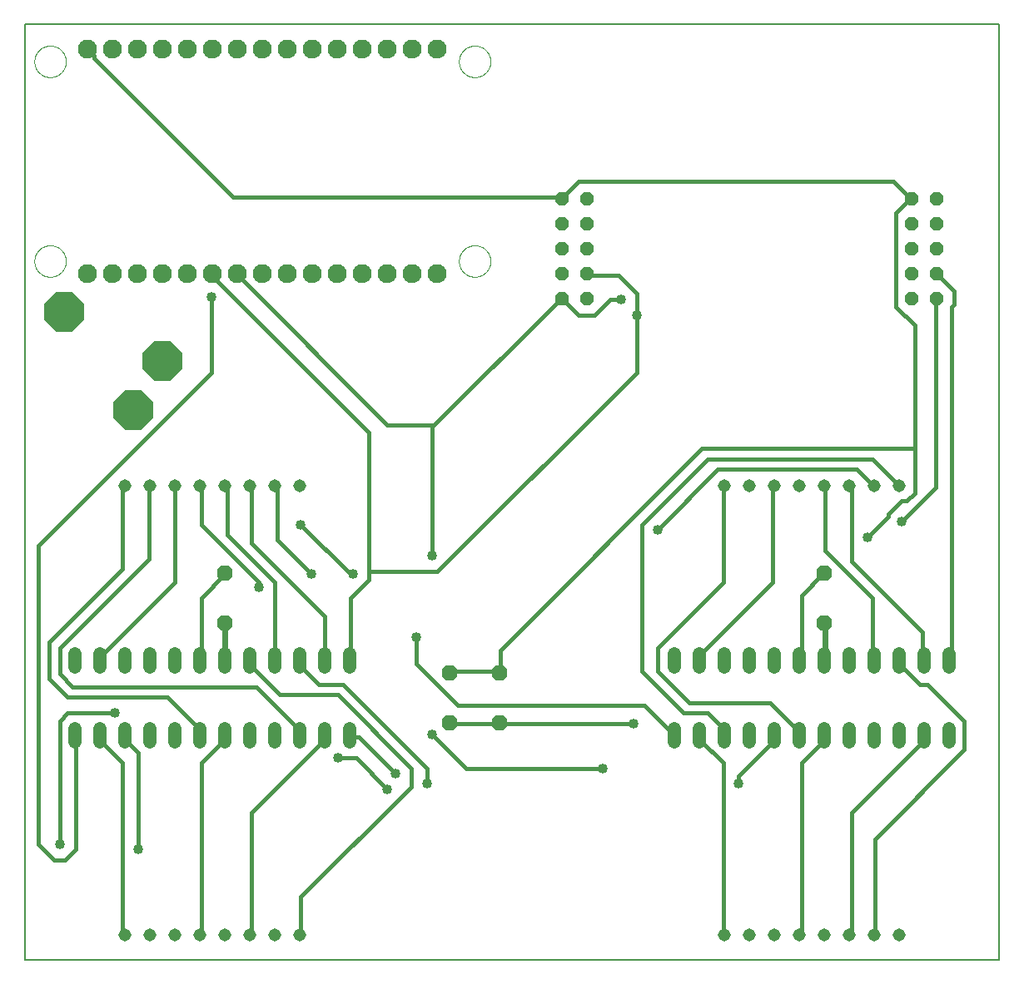
<source format=gtl>
G75*
%MOIN*%
%OFA0B0*%
%FSLAX25Y25*%
%IPPOS*%
%LPD*%
%AMOC8*
5,1,8,0,0,1.08239X$1,22.5*
%
%ADD10C,0.00600*%
%ADD11C,0.05200*%
%ADD12C,0.05150*%
%ADD13OC8,0.06300*%
%ADD14OC8,0.05600*%
%ADD15OC8,0.15811*%
%ADD16C,0.07600*%
%ADD17C,0.00000*%
%ADD18C,0.01600*%
%ADD19C,0.04000*%
%ADD20C,0.02400*%
D10*
X0047250Y0025000D02*
X0047250Y0400000D01*
X0437250Y0400000D01*
X0437250Y0025000D01*
X0047250Y0025000D01*
D11*
X0067250Y0112400D02*
X0067250Y0117600D01*
X0077250Y0117600D02*
X0077250Y0112400D01*
X0087250Y0112400D02*
X0087250Y0117600D01*
X0097250Y0117600D02*
X0097250Y0112400D01*
X0107250Y0112400D02*
X0107250Y0117600D01*
X0117250Y0117600D02*
X0117250Y0112400D01*
X0127250Y0112400D02*
X0127250Y0117600D01*
X0137250Y0117600D02*
X0137250Y0112400D01*
X0147250Y0112400D02*
X0147250Y0117600D01*
X0157250Y0117600D02*
X0157250Y0112400D01*
X0167250Y0112400D02*
X0167250Y0117600D01*
X0177250Y0117600D02*
X0177250Y0112400D01*
X0177250Y0142400D02*
X0177250Y0147600D01*
X0167250Y0147600D02*
X0167250Y0142400D01*
X0157250Y0142400D02*
X0157250Y0147600D01*
X0147250Y0147600D02*
X0147250Y0142400D01*
X0137250Y0142400D02*
X0137250Y0147600D01*
X0127250Y0147600D02*
X0127250Y0142400D01*
X0117250Y0142400D02*
X0117250Y0147600D01*
X0107250Y0147600D02*
X0107250Y0142400D01*
X0097250Y0142400D02*
X0097250Y0147600D01*
X0087250Y0147600D02*
X0087250Y0142400D01*
X0077250Y0142400D02*
X0077250Y0147600D01*
X0067250Y0147600D02*
X0067250Y0142400D01*
X0307250Y0142400D02*
X0307250Y0147600D01*
X0317250Y0147600D02*
X0317250Y0142400D01*
X0327250Y0142400D02*
X0327250Y0147600D01*
X0337250Y0147600D02*
X0337250Y0142400D01*
X0347250Y0142400D02*
X0347250Y0147600D01*
X0357250Y0147600D02*
X0357250Y0142400D01*
X0367250Y0142400D02*
X0367250Y0147600D01*
X0377250Y0147600D02*
X0377250Y0142400D01*
X0387250Y0142400D02*
X0387250Y0147600D01*
X0397250Y0147600D02*
X0397250Y0142400D01*
X0407250Y0142400D02*
X0407250Y0147600D01*
X0417250Y0147600D02*
X0417250Y0142400D01*
X0417250Y0117600D02*
X0417250Y0112400D01*
X0407250Y0112400D02*
X0407250Y0117600D01*
X0397250Y0117600D02*
X0397250Y0112400D01*
X0387250Y0112400D02*
X0387250Y0117600D01*
X0377250Y0117600D02*
X0377250Y0112400D01*
X0367250Y0112400D02*
X0367250Y0117600D01*
X0357250Y0117600D02*
X0357250Y0112400D01*
X0347250Y0112400D02*
X0347250Y0117600D01*
X0337250Y0117600D02*
X0337250Y0112400D01*
X0327250Y0112400D02*
X0327250Y0117600D01*
X0317250Y0117600D02*
X0317250Y0112400D01*
X0307250Y0112400D02*
X0307250Y0117600D01*
D12*
X0327250Y0035000D03*
X0337250Y0035000D03*
X0347250Y0035000D03*
X0357250Y0035000D03*
X0367250Y0035000D03*
X0377250Y0035000D03*
X0387250Y0035000D03*
X0397250Y0035000D03*
X0397250Y0215000D03*
X0387250Y0215000D03*
X0377250Y0215000D03*
X0367250Y0215000D03*
X0357250Y0215000D03*
X0347250Y0215000D03*
X0337250Y0215000D03*
X0327250Y0215000D03*
X0157250Y0215000D03*
X0147250Y0215000D03*
X0137250Y0215000D03*
X0127250Y0215000D03*
X0117250Y0215000D03*
X0107250Y0215000D03*
X0097250Y0215000D03*
X0087250Y0215000D03*
X0087250Y0035000D03*
X0097250Y0035000D03*
X0107250Y0035000D03*
X0117250Y0035000D03*
X0127250Y0035000D03*
X0137250Y0035000D03*
X0147250Y0035000D03*
X0157250Y0035000D03*
D13*
X0217250Y0120000D03*
X0237250Y0120000D03*
X0237250Y0140000D03*
X0217250Y0140000D03*
X0127250Y0160000D03*
X0127250Y0180000D03*
X0367250Y0180000D03*
X0367250Y0160000D03*
D14*
X0402250Y0290000D03*
X0402250Y0300000D03*
X0412250Y0300000D03*
X0412250Y0290000D03*
X0412250Y0310000D03*
X0412250Y0320000D03*
X0402250Y0320000D03*
X0402250Y0310000D03*
X0402250Y0330000D03*
X0412250Y0330000D03*
X0272250Y0330000D03*
X0262250Y0330000D03*
X0262250Y0320000D03*
X0262250Y0310000D03*
X0272250Y0310000D03*
X0272250Y0320000D03*
X0272250Y0300000D03*
X0272250Y0290000D03*
X0262250Y0290000D03*
X0262250Y0300000D03*
D15*
X0102250Y0265000D03*
X0090439Y0245315D03*
X0062880Y0284685D03*
D16*
X0072250Y0300000D03*
X0082250Y0300000D03*
X0092250Y0300000D03*
X0102250Y0300000D03*
X0112250Y0300000D03*
X0122250Y0300000D03*
X0132250Y0300000D03*
X0142250Y0300000D03*
X0152250Y0300000D03*
X0162250Y0300000D03*
X0172250Y0300000D03*
X0182250Y0300000D03*
X0192250Y0300000D03*
X0202250Y0300000D03*
X0212250Y0300000D03*
X0212250Y0390000D03*
X0202250Y0390000D03*
X0192250Y0390000D03*
X0182250Y0390000D03*
X0172250Y0390000D03*
X0162250Y0390000D03*
X0152250Y0390000D03*
X0142250Y0390000D03*
X0132250Y0390000D03*
X0122250Y0390000D03*
X0112250Y0390000D03*
X0102250Y0390000D03*
X0092250Y0390000D03*
X0082250Y0390000D03*
X0072250Y0390000D03*
D17*
X0050951Y0385000D02*
X0050953Y0385158D01*
X0050959Y0385316D01*
X0050969Y0385474D01*
X0050983Y0385632D01*
X0051001Y0385789D01*
X0051022Y0385946D01*
X0051048Y0386102D01*
X0051078Y0386258D01*
X0051111Y0386413D01*
X0051149Y0386566D01*
X0051190Y0386719D01*
X0051235Y0386871D01*
X0051284Y0387022D01*
X0051337Y0387171D01*
X0051393Y0387319D01*
X0051453Y0387465D01*
X0051517Y0387610D01*
X0051585Y0387753D01*
X0051656Y0387895D01*
X0051730Y0388035D01*
X0051808Y0388172D01*
X0051890Y0388308D01*
X0051974Y0388442D01*
X0052063Y0388573D01*
X0052154Y0388702D01*
X0052249Y0388829D01*
X0052346Y0388954D01*
X0052447Y0389076D01*
X0052551Y0389195D01*
X0052658Y0389312D01*
X0052768Y0389426D01*
X0052881Y0389537D01*
X0052996Y0389646D01*
X0053114Y0389751D01*
X0053235Y0389853D01*
X0053358Y0389953D01*
X0053484Y0390049D01*
X0053612Y0390142D01*
X0053742Y0390232D01*
X0053875Y0390318D01*
X0054010Y0390402D01*
X0054146Y0390481D01*
X0054285Y0390558D01*
X0054426Y0390630D01*
X0054568Y0390700D01*
X0054712Y0390765D01*
X0054858Y0390827D01*
X0055005Y0390885D01*
X0055154Y0390940D01*
X0055304Y0390991D01*
X0055455Y0391038D01*
X0055607Y0391081D01*
X0055760Y0391120D01*
X0055915Y0391156D01*
X0056070Y0391187D01*
X0056226Y0391215D01*
X0056382Y0391239D01*
X0056539Y0391259D01*
X0056697Y0391275D01*
X0056854Y0391287D01*
X0057013Y0391295D01*
X0057171Y0391299D01*
X0057329Y0391299D01*
X0057487Y0391295D01*
X0057646Y0391287D01*
X0057803Y0391275D01*
X0057961Y0391259D01*
X0058118Y0391239D01*
X0058274Y0391215D01*
X0058430Y0391187D01*
X0058585Y0391156D01*
X0058740Y0391120D01*
X0058893Y0391081D01*
X0059045Y0391038D01*
X0059196Y0390991D01*
X0059346Y0390940D01*
X0059495Y0390885D01*
X0059642Y0390827D01*
X0059788Y0390765D01*
X0059932Y0390700D01*
X0060074Y0390630D01*
X0060215Y0390558D01*
X0060354Y0390481D01*
X0060490Y0390402D01*
X0060625Y0390318D01*
X0060758Y0390232D01*
X0060888Y0390142D01*
X0061016Y0390049D01*
X0061142Y0389953D01*
X0061265Y0389853D01*
X0061386Y0389751D01*
X0061504Y0389646D01*
X0061619Y0389537D01*
X0061732Y0389426D01*
X0061842Y0389312D01*
X0061949Y0389195D01*
X0062053Y0389076D01*
X0062154Y0388954D01*
X0062251Y0388829D01*
X0062346Y0388702D01*
X0062437Y0388573D01*
X0062526Y0388442D01*
X0062610Y0388308D01*
X0062692Y0388172D01*
X0062770Y0388035D01*
X0062844Y0387895D01*
X0062915Y0387753D01*
X0062983Y0387610D01*
X0063047Y0387465D01*
X0063107Y0387319D01*
X0063163Y0387171D01*
X0063216Y0387022D01*
X0063265Y0386871D01*
X0063310Y0386719D01*
X0063351Y0386566D01*
X0063389Y0386413D01*
X0063422Y0386258D01*
X0063452Y0386102D01*
X0063478Y0385946D01*
X0063499Y0385789D01*
X0063517Y0385632D01*
X0063531Y0385474D01*
X0063541Y0385316D01*
X0063547Y0385158D01*
X0063549Y0385000D01*
X0063547Y0384842D01*
X0063541Y0384684D01*
X0063531Y0384526D01*
X0063517Y0384368D01*
X0063499Y0384211D01*
X0063478Y0384054D01*
X0063452Y0383898D01*
X0063422Y0383742D01*
X0063389Y0383587D01*
X0063351Y0383434D01*
X0063310Y0383281D01*
X0063265Y0383129D01*
X0063216Y0382978D01*
X0063163Y0382829D01*
X0063107Y0382681D01*
X0063047Y0382535D01*
X0062983Y0382390D01*
X0062915Y0382247D01*
X0062844Y0382105D01*
X0062770Y0381965D01*
X0062692Y0381828D01*
X0062610Y0381692D01*
X0062526Y0381558D01*
X0062437Y0381427D01*
X0062346Y0381298D01*
X0062251Y0381171D01*
X0062154Y0381046D01*
X0062053Y0380924D01*
X0061949Y0380805D01*
X0061842Y0380688D01*
X0061732Y0380574D01*
X0061619Y0380463D01*
X0061504Y0380354D01*
X0061386Y0380249D01*
X0061265Y0380147D01*
X0061142Y0380047D01*
X0061016Y0379951D01*
X0060888Y0379858D01*
X0060758Y0379768D01*
X0060625Y0379682D01*
X0060490Y0379598D01*
X0060354Y0379519D01*
X0060215Y0379442D01*
X0060074Y0379370D01*
X0059932Y0379300D01*
X0059788Y0379235D01*
X0059642Y0379173D01*
X0059495Y0379115D01*
X0059346Y0379060D01*
X0059196Y0379009D01*
X0059045Y0378962D01*
X0058893Y0378919D01*
X0058740Y0378880D01*
X0058585Y0378844D01*
X0058430Y0378813D01*
X0058274Y0378785D01*
X0058118Y0378761D01*
X0057961Y0378741D01*
X0057803Y0378725D01*
X0057646Y0378713D01*
X0057487Y0378705D01*
X0057329Y0378701D01*
X0057171Y0378701D01*
X0057013Y0378705D01*
X0056854Y0378713D01*
X0056697Y0378725D01*
X0056539Y0378741D01*
X0056382Y0378761D01*
X0056226Y0378785D01*
X0056070Y0378813D01*
X0055915Y0378844D01*
X0055760Y0378880D01*
X0055607Y0378919D01*
X0055455Y0378962D01*
X0055304Y0379009D01*
X0055154Y0379060D01*
X0055005Y0379115D01*
X0054858Y0379173D01*
X0054712Y0379235D01*
X0054568Y0379300D01*
X0054426Y0379370D01*
X0054285Y0379442D01*
X0054146Y0379519D01*
X0054010Y0379598D01*
X0053875Y0379682D01*
X0053742Y0379768D01*
X0053612Y0379858D01*
X0053484Y0379951D01*
X0053358Y0380047D01*
X0053235Y0380147D01*
X0053114Y0380249D01*
X0052996Y0380354D01*
X0052881Y0380463D01*
X0052768Y0380574D01*
X0052658Y0380688D01*
X0052551Y0380805D01*
X0052447Y0380924D01*
X0052346Y0381046D01*
X0052249Y0381171D01*
X0052154Y0381298D01*
X0052063Y0381427D01*
X0051974Y0381558D01*
X0051890Y0381692D01*
X0051808Y0381828D01*
X0051730Y0381965D01*
X0051656Y0382105D01*
X0051585Y0382247D01*
X0051517Y0382390D01*
X0051453Y0382535D01*
X0051393Y0382681D01*
X0051337Y0382829D01*
X0051284Y0382978D01*
X0051235Y0383129D01*
X0051190Y0383281D01*
X0051149Y0383434D01*
X0051111Y0383587D01*
X0051078Y0383742D01*
X0051048Y0383898D01*
X0051022Y0384054D01*
X0051001Y0384211D01*
X0050983Y0384368D01*
X0050969Y0384526D01*
X0050959Y0384684D01*
X0050953Y0384842D01*
X0050951Y0385000D01*
X0050951Y0305000D02*
X0050953Y0305158D01*
X0050959Y0305316D01*
X0050969Y0305474D01*
X0050983Y0305632D01*
X0051001Y0305789D01*
X0051022Y0305946D01*
X0051048Y0306102D01*
X0051078Y0306258D01*
X0051111Y0306413D01*
X0051149Y0306566D01*
X0051190Y0306719D01*
X0051235Y0306871D01*
X0051284Y0307022D01*
X0051337Y0307171D01*
X0051393Y0307319D01*
X0051453Y0307465D01*
X0051517Y0307610D01*
X0051585Y0307753D01*
X0051656Y0307895D01*
X0051730Y0308035D01*
X0051808Y0308172D01*
X0051890Y0308308D01*
X0051974Y0308442D01*
X0052063Y0308573D01*
X0052154Y0308702D01*
X0052249Y0308829D01*
X0052346Y0308954D01*
X0052447Y0309076D01*
X0052551Y0309195D01*
X0052658Y0309312D01*
X0052768Y0309426D01*
X0052881Y0309537D01*
X0052996Y0309646D01*
X0053114Y0309751D01*
X0053235Y0309853D01*
X0053358Y0309953D01*
X0053484Y0310049D01*
X0053612Y0310142D01*
X0053742Y0310232D01*
X0053875Y0310318D01*
X0054010Y0310402D01*
X0054146Y0310481D01*
X0054285Y0310558D01*
X0054426Y0310630D01*
X0054568Y0310700D01*
X0054712Y0310765D01*
X0054858Y0310827D01*
X0055005Y0310885D01*
X0055154Y0310940D01*
X0055304Y0310991D01*
X0055455Y0311038D01*
X0055607Y0311081D01*
X0055760Y0311120D01*
X0055915Y0311156D01*
X0056070Y0311187D01*
X0056226Y0311215D01*
X0056382Y0311239D01*
X0056539Y0311259D01*
X0056697Y0311275D01*
X0056854Y0311287D01*
X0057013Y0311295D01*
X0057171Y0311299D01*
X0057329Y0311299D01*
X0057487Y0311295D01*
X0057646Y0311287D01*
X0057803Y0311275D01*
X0057961Y0311259D01*
X0058118Y0311239D01*
X0058274Y0311215D01*
X0058430Y0311187D01*
X0058585Y0311156D01*
X0058740Y0311120D01*
X0058893Y0311081D01*
X0059045Y0311038D01*
X0059196Y0310991D01*
X0059346Y0310940D01*
X0059495Y0310885D01*
X0059642Y0310827D01*
X0059788Y0310765D01*
X0059932Y0310700D01*
X0060074Y0310630D01*
X0060215Y0310558D01*
X0060354Y0310481D01*
X0060490Y0310402D01*
X0060625Y0310318D01*
X0060758Y0310232D01*
X0060888Y0310142D01*
X0061016Y0310049D01*
X0061142Y0309953D01*
X0061265Y0309853D01*
X0061386Y0309751D01*
X0061504Y0309646D01*
X0061619Y0309537D01*
X0061732Y0309426D01*
X0061842Y0309312D01*
X0061949Y0309195D01*
X0062053Y0309076D01*
X0062154Y0308954D01*
X0062251Y0308829D01*
X0062346Y0308702D01*
X0062437Y0308573D01*
X0062526Y0308442D01*
X0062610Y0308308D01*
X0062692Y0308172D01*
X0062770Y0308035D01*
X0062844Y0307895D01*
X0062915Y0307753D01*
X0062983Y0307610D01*
X0063047Y0307465D01*
X0063107Y0307319D01*
X0063163Y0307171D01*
X0063216Y0307022D01*
X0063265Y0306871D01*
X0063310Y0306719D01*
X0063351Y0306566D01*
X0063389Y0306413D01*
X0063422Y0306258D01*
X0063452Y0306102D01*
X0063478Y0305946D01*
X0063499Y0305789D01*
X0063517Y0305632D01*
X0063531Y0305474D01*
X0063541Y0305316D01*
X0063547Y0305158D01*
X0063549Y0305000D01*
X0063547Y0304842D01*
X0063541Y0304684D01*
X0063531Y0304526D01*
X0063517Y0304368D01*
X0063499Y0304211D01*
X0063478Y0304054D01*
X0063452Y0303898D01*
X0063422Y0303742D01*
X0063389Y0303587D01*
X0063351Y0303434D01*
X0063310Y0303281D01*
X0063265Y0303129D01*
X0063216Y0302978D01*
X0063163Y0302829D01*
X0063107Y0302681D01*
X0063047Y0302535D01*
X0062983Y0302390D01*
X0062915Y0302247D01*
X0062844Y0302105D01*
X0062770Y0301965D01*
X0062692Y0301828D01*
X0062610Y0301692D01*
X0062526Y0301558D01*
X0062437Y0301427D01*
X0062346Y0301298D01*
X0062251Y0301171D01*
X0062154Y0301046D01*
X0062053Y0300924D01*
X0061949Y0300805D01*
X0061842Y0300688D01*
X0061732Y0300574D01*
X0061619Y0300463D01*
X0061504Y0300354D01*
X0061386Y0300249D01*
X0061265Y0300147D01*
X0061142Y0300047D01*
X0061016Y0299951D01*
X0060888Y0299858D01*
X0060758Y0299768D01*
X0060625Y0299682D01*
X0060490Y0299598D01*
X0060354Y0299519D01*
X0060215Y0299442D01*
X0060074Y0299370D01*
X0059932Y0299300D01*
X0059788Y0299235D01*
X0059642Y0299173D01*
X0059495Y0299115D01*
X0059346Y0299060D01*
X0059196Y0299009D01*
X0059045Y0298962D01*
X0058893Y0298919D01*
X0058740Y0298880D01*
X0058585Y0298844D01*
X0058430Y0298813D01*
X0058274Y0298785D01*
X0058118Y0298761D01*
X0057961Y0298741D01*
X0057803Y0298725D01*
X0057646Y0298713D01*
X0057487Y0298705D01*
X0057329Y0298701D01*
X0057171Y0298701D01*
X0057013Y0298705D01*
X0056854Y0298713D01*
X0056697Y0298725D01*
X0056539Y0298741D01*
X0056382Y0298761D01*
X0056226Y0298785D01*
X0056070Y0298813D01*
X0055915Y0298844D01*
X0055760Y0298880D01*
X0055607Y0298919D01*
X0055455Y0298962D01*
X0055304Y0299009D01*
X0055154Y0299060D01*
X0055005Y0299115D01*
X0054858Y0299173D01*
X0054712Y0299235D01*
X0054568Y0299300D01*
X0054426Y0299370D01*
X0054285Y0299442D01*
X0054146Y0299519D01*
X0054010Y0299598D01*
X0053875Y0299682D01*
X0053742Y0299768D01*
X0053612Y0299858D01*
X0053484Y0299951D01*
X0053358Y0300047D01*
X0053235Y0300147D01*
X0053114Y0300249D01*
X0052996Y0300354D01*
X0052881Y0300463D01*
X0052768Y0300574D01*
X0052658Y0300688D01*
X0052551Y0300805D01*
X0052447Y0300924D01*
X0052346Y0301046D01*
X0052249Y0301171D01*
X0052154Y0301298D01*
X0052063Y0301427D01*
X0051974Y0301558D01*
X0051890Y0301692D01*
X0051808Y0301828D01*
X0051730Y0301965D01*
X0051656Y0302105D01*
X0051585Y0302247D01*
X0051517Y0302390D01*
X0051453Y0302535D01*
X0051393Y0302681D01*
X0051337Y0302829D01*
X0051284Y0302978D01*
X0051235Y0303129D01*
X0051190Y0303281D01*
X0051149Y0303434D01*
X0051111Y0303587D01*
X0051078Y0303742D01*
X0051048Y0303898D01*
X0051022Y0304054D01*
X0051001Y0304211D01*
X0050983Y0304368D01*
X0050969Y0304526D01*
X0050959Y0304684D01*
X0050953Y0304842D01*
X0050951Y0305000D01*
X0220951Y0305000D02*
X0220953Y0305158D01*
X0220959Y0305316D01*
X0220969Y0305474D01*
X0220983Y0305632D01*
X0221001Y0305789D01*
X0221022Y0305946D01*
X0221048Y0306102D01*
X0221078Y0306258D01*
X0221111Y0306413D01*
X0221149Y0306566D01*
X0221190Y0306719D01*
X0221235Y0306871D01*
X0221284Y0307022D01*
X0221337Y0307171D01*
X0221393Y0307319D01*
X0221453Y0307465D01*
X0221517Y0307610D01*
X0221585Y0307753D01*
X0221656Y0307895D01*
X0221730Y0308035D01*
X0221808Y0308172D01*
X0221890Y0308308D01*
X0221974Y0308442D01*
X0222063Y0308573D01*
X0222154Y0308702D01*
X0222249Y0308829D01*
X0222346Y0308954D01*
X0222447Y0309076D01*
X0222551Y0309195D01*
X0222658Y0309312D01*
X0222768Y0309426D01*
X0222881Y0309537D01*
X0222996Y0309646D01*
X0223114Y0309751D01*
X0223235Y0309853D01*
X0223358Y0309953D01*
X0223484Y0310049D01*
X0223612Y0310142D01*
X0223742Y0310232D01*
X0223875Y0310318D01*
X0224010Y0310402D01*
X0224146Y0310481D01*
X0224285Y0310558D01*
X0224426Y0310630D01*
X0224568Y0310700D01*
X0224712Y0310765D01*
X0224858Y0310827D01*
X0225005Y0310885D01*
X0225154Y0310940D01*
X0225304Y0310991D01*
X0225455Y0311038D01*
X0225607Y0311081D01*
X0225760Y0311120D01*
X0225915Y0311156D01*
X0226070Y0311187D01*
X0226226Y0311215D01*
X0226382Y0311239D01*
X0226539Y0311259D01*
X0226697Y0311275D01*
X0226854Y0311287D01*
X0227013Y0311295D01*
X0227171Y0311299D01*
X0227329Y0311299D01*
X0227487Y0311295D01*
X0227646Y0311287D01*
X0227803Y0311275D01*
X0227961Y0311259D01*
X0228118Y0311239D01*
X0228274Y0311215D01*
X0228430Y0311187D01*
X0228585Y0311156D01*
X0228740Y0311120D01*
X0228893Y0311081D01*
X0229045Y0311038D01*
X0229196Y0310991D01*
X0229346Y0310940D01*
X0229495Y0310885D01*
X0229642Y0310827D01*
X0229788Y0310765D01*
X0229932Y0310700D01*
X0230074Y0310630D01*
X0230215Y0310558D01*
X0230354Y0310481D01*
X0230490Y0310402D01*
X0230625Y0310318D01*
X0230758Y0310232D01*
X0230888Y0310142D01*
X0231016Y0310049D01*
X0231142Y0309953D01*
X0231265Y0309853D01*
X0231386Y0309751D01*
X0231504Y0309646D01*
X0231619Y0309537D01*
X0231732Y0309426D01*
X0231842Y0309312D01*
X0231949Y0309195D01*
X0232053Y0309076D01*
X0232154Y0308954D01*
X0232251Y0308829D01*
X0232346Y0308702D01*
X0232437Y0308573D01*
X0232526Y0308442D01*
X0232610Y0308308D01*
X0232692Y0308172D01*
X0232770Y0308035D01*
X0232844Y0307895D01*
X0232915Y0307753D01*
X0232983Y0307610D01*
X0233047Y0307465D01*
X0233107Y0307319D01*
X0233163Y0307171D01*
X0233216Y0307022D01*
X0233265Y0306871D01*
X0233310Y0306719D01*
X0233351Y0306566D01*
X0233389Y0306413D01*
X0233422Y0306258D01*
X0233452Y0306102D01*
X0233478Y0305946D01*
X0233499Y0305789D01*
X0233517Y0305632D01*
X0233531Y0305474D01*
X0233541Y0305316D01*
X0233547Y0305158D01*
X0233549Y0305000D01*
X0233547Y0304842D01*
X0233541Y0304684D01*
X0233531Y0304526D01*
X0233517Y0304368D01*
X0233499Y0304211D01*
X0233478Y0304054D01*
X0233452Y0303898D01*
X0233422Y0303742D01*
X0233389Y0303587D01*
X0233351Y0303434D01*
X0233310Y0303281D01*
X0233265Y0303129D01*
X0233216Y0302978D01*
X0233163Y0302829D01*
X0233107Y0302681D01*
X0233047Y0302535D01*
X0232983Y0302390D01*
X0232915Y0302247D01*
X0232844Y0302105D01*
X0232770Y0301965D01*
X0232692Y0301828D01*
X0232610Y0301692D01*
X0232526Y0301558D01*
X0232437Y0301427D01*
X0232346Y0301298D01*
X0232251Y0301171D01*
X0232154Y0301046D01*
X0232053Y0300924D01*
X0231949Y0300805D01*
X0231842Y0300688D01*
X0231732Y0300574D01*
X0231619Y0300463D01*
X0231504Y0300354D01*
X0231386Y0300249D01*
X0231265Y0300147D01*
X0231142Y0300047D01*
X0231016Y0299951D01*
X0230888Y0299858D01*
X0230758Y0299768D01*
X0230625Y0299682D01*
X0230490Y0299598D01*
X0230354Y0299519D01*
X0230215Y0299442D01*
X0230074Y0299370D01*
X0229932Y0299300D01*
X0229788Y0299235D01*
X0229642Y0299173D01*
X0229495Y0299115D01*
X0229346Y0299060D01*
X0229196Y0299009D01*
X0229045Y0298962D01*
X0228893Y0298919D01*
X0228740Y0298880D01*
X0228585Y0298844D01*
X0228430Y0298813D01*
X0228274Y0298785D01*
X0228118Y0298761D01*
X0227961Y0298741D01*
X0227803Y0298725D01*
X0227646Y0298713D01*
X0227487Y0298705D01*
X0227329Y0298701D01*
X0227171Y0298701D01*
X0227013Y0298705D01*
X0226854Y0298713D01*
X0226697Y0298725D01*
X0226539Y0298741D01*
X0226382Y0298761D01*
X0226226Y0298785D01*
X0226070Y0298813D01*
X0225915Y0298844D01*
X0225760Y0298880D01*
X0225607Y0298919D01*
X0225455Y0298962D01*
X0225304Y0299009D01*
X0225154Y0299060D01*
X0225005Y0299115D01*
X0224858Y0299173D01*
X0224712Y0299235D01*
X0224568Y0299300D01*
X0224426Y0299370D01*
X0224285Y0299442D01*
X0224146Y0299519D01*
X0224010Y0299598D01*
X0223875Y0299682D01*
X0223742Y0299768D01*
X0223612Y0299858D01*
X0223484Y0299951D01*
X0223358Y0300047D01*
X0223235Y0300147D01*
X0223114Y0300249D01*
X0222996Y0300354D01*
X0222881Y0300463D01*
X0222768Y0300574D01*
X0222658Y0300688D01*
X0222551Y0300805D01*
X0222447Y0300924D01*
X0222346Y0301046D01*
X0222249Y0301171D01*
X0222154Y0301298D01*
X0222063Y0301427D01*
X0221974Y0301558D01*
X0221890Y0301692D01*
X0221808Y0301828D01*
X0221730Y0301965D01*
X0221656Y0302105D01*
X0221585Y0302247D01*
X0221517Y0302390D01*
X0221453Y0302535D01*
X0221393Y0302681D01*
X0221337Y0302829D01*
X0221284Y0302978D01*
X0221235Y0303129D01*
X0221190Y0303281D01*
X0221149Y0303434D01*
X0221111Y0303587D01*
X0221078Y0303742D01*
X0221048Y0303898D01*
X0221022Y0304054D01*
X0221001Y0304211D01*
X0220983Y0304368D01*
X0220969Y0304526D01*
X0220959Y0304684D01*
X0220953Y0304842D01*
X0220951Y0305000D01*
X0220951Y0385000D02*
X0220953Y0385158D01*
X0220959Y0385316D01*
X0220969Y0385474D01*
X0220983Y0385632D01*
X0221001Y0385789D01*
X0221022Y0385946D01*
X0221048Y0386102D01*
X0221078Y0386258D01*
X0221111Y0386413D01*
X0221149Y0386566D01*
X0221190Y0386719D01*
X0221235Y0386871D01*
X0221284Y0387022D01*
X0221337Y0387171D01*
X0221393Y0387319D01*
X0221453Y0387465D01*
X0221517Y0387610D01*
X0221585Y0387753D01*
X0221656Y0387895D01*
X0221730Y0388035D01*
X0221808Y0388172D01*
X0221890Y0388308D01*
X0221974Y0388442D01*
X0222063Y0388573D01*
X0222154Y0388702D01*
X0222249Y0388829D01*
X0222346Y0388954D01*
X0222447Y0389076D01*
X0222551Y0389195D01*
X0222658Y0389312D01*
X0222768Y0389426D01*
X0222881Y0389537D01*
X0222996Y0389646D01*
X0223114Y0389751D01*
X0223235Y0389853D01*
X0223358Y0389953D01*
X0223484Y0390049D01*
X0223612Y0390142D01*
X0223742Y0390232D01*
X0223875Y0390318D01*
X0224010Y0390402D01*
X0224146Y0390481D01*
X0224285Y0390558D01*
X0224426Y0390630D01*
X0224568Y0390700D01*
X0224712Y0390765D01*
X0224858Y0390827D01*
X0225005Y0390885D01*
X0225154Y0390940D01*
X0225304Y0390991D01*
X0225455Y0391038D01*
X0225607Y0391081D01*
X0225760Y0391120D01*
X0225915Y0391156D01*
X0226070Y0391187D01*
X0226226Y0391215D01*
X0226382Y0391239D01*
X0226539Y0391259D01*
X0226697Y0391275D01*
X0226854Y0391287D01*
X0227013Y0391295D01*
X0227171Y0391299D01*
X0227329Y0391299D01*
X0227487Y0391295D01*
X0227646Y0391287D01*
X0227803Y0391275D01*
X0227961Y0391259D01*
X0228118Y0391239D01*
X0228274Y0391215D01*
X0228430Y0391187D01*
X0228585Y0391156D01*
X0228740Y0391120D01*
X0228893Y0391081D01*
X0229045Y0391038D01*
X0229196Y0390991D01*
X0229346Y0390940D01*
X0229495Y0390885D01*
X0229642Y0390827D01*
X0229788Y0390765D01*
X0229932Y0390700D01*
X0230074Y0390630D01*
X0230215Y0390558D01*
X0230354Y0390481D01*
X0230490Y0390402D01*
X0230625Y0390318D01*
X0230758Y0390232D01*
X0230888Y0390142D01*
X0231016Y0390049D01*
X0231142Y0389953D01*
X0231265Y0389853D01*
X0231386Y0389751D01*
X0231504Y0389646D01*
X0231619Y0389537D01*
X0231732Y0389426D01*
X0231842Y0389312D01*
X0231949Y0389195D01*
X0232053Y0389076D01*
X0232154Y0388954D01*
X0232251Y0388829D01*
X0232346Y0388702D01*
X0232437Y0388573D01*
X0232526Y0388442D01*
X0232610Y0388308D01*
X0232692Y0388172D01*
X0232770Y0388035D01*
X0232844Y0387895D01*
X0232915Y0387753D01*
X0232983Y0387610D01*
X0233047Y0387465D01*
X0233107Y0387319D01*
X0233163Y0387171D01*
X0233216Y0387022D01*
X0233265Y0386871D01*
X0233310Y0386719D01*
X0233351Y0386566D01*
X0233389Y0386413D01*
X0233422Y0386258D01*
X0233452Y0386102D01*
X0233478Y0385946D01*
X0233499Y0385789D01*
X0233517Y0385632D01*
X0233531Y0385474D01*
X0233541Y0385316D01*
X0233547Y0385158D01*
X0233549Y0385000D01*
X0233547Y0384842D01*
X0233541Y0384684D01*
X0233531Y0384526D01*
X0233517Y0384368D01*
X0233499Y0384211D01*
X0233478Y0384054D01*
X0233452Y0383898D01*
X0233422Y0383742D01*
X0233389Y0383587D01*
X0233351Y0383434D01*
X0233310Y0383281D01*
X0233265Y0383129D01*
X0233216Y0382978D01*
X0233163Y0382829D01*
X0233107Y0382681D01*
X0233047Y0382535D01*
X0232983Y0382390D01*
X0232915Y0382247D01*
X0232844Y0382105D01*
X0232770Y0381965D01*
X0232692Y0381828D01*
X0232610Y0381692D01*
X0232526Y0381558D01*
X0232437Y0381427D01*
X0232346Y0381298D01*
X0232251Y0381171D01*
X0232154Y0381046D01*
X0232053Y0380924D01*
X0231949Y0380805D01*
X0231842Y0380688D01*
X0231732Y0380574D01*
X0231619Y0380463D01*
X0231504Y0380354D01*
X0231386Y0380249D01*
X0231265Y0380147D01*
X0231142Y0380047D01*
X0231016Y0379951D01*
X0230888Y0379858D01*
X0230758Y0379768D01*
X0230625Y0379682D01*
X0230490Y0379598D01*
X0230354Y0379519D01*
X0230215Y0379442D01*
X0230074Y0379370D01*
X0229932Y0379300D01*
X0229788Y0379235D01*
X0229642Y0379173D01*
X0229495Y0379115D01*
X0229346Y0379060D01*
X0229196Y0379009D01*
X0229045Y0378962D01*
X0228893Y0378919D01*
X0228740Y0378880D01*
X0228585Y0378844D01*
X0228430Y0378813D01*
X0228274Y0378785D01*
X0228118Y0378761D01*
X0227961Y0378741D01*
X0227803Y0378725D01*
X0227646Y0378713D01*
X0227487Y0378705D01*
X0227329Y0378701D01*
X0227171Y0378701D01*
X0227013Y0378705D01*
X0226854Y0378713D01*
X0226697Y0378725D01*
X0226539Y0378741D01*
X0226382Y0378761D01*
X0226226Y0378785D01*
X0226070Y0378813D01*
X0225915Y0378844D01*
X0225760Y0378880D01*
X0225607Y0378919D01*
X0225455Y0378962D01*
X0225304Y0379009D01*
X0225154Y0379060D01*
X0225005Y0379115D01*
X0224858Y0379173D01*
X0224712Y0379235D01*
X0224568Y0379300D01*
X0224426Y0379370D01*
X0224285Y0379442D01*
X0224146Y0379519D01*
X0224010Y0379598D01*
X0223875Y0379682D01*
X0223742Y0379768D01*
X0223612Y0379858D01*
X0223484Y0379951D01*
X0223358Y0380047D01*
X0223235Y0380147D01*
X0223114Y0380249D01*
X0222996Y0380354D01*
X0222881Y0380463D01*
X0222768Y0380574D01*
X0222658Y0380688D01*
X0222551Y0380805D01*
X0222447Y0380924D01*
X0222346Y0381046D01*
X0222249Y0381171D01*
X0222154Y0381298D01*
X0222063Y0381427D01*
X0221974Y0381558D01*
X0221890Y0381692D01*
X0221808Y0381828D01*
X0221730Y0381965D01*
X0221656Y0382105D01*
X0221585Y0382247D01*
X0221517Y0382390D01*
X0221453Y0382535D01*
X0221393Y0382681D01*
X0221337Y0382829D01*
X0221284Y0382978D01*
X0221235Y0383129D01*
X0221190Y0383281D01*
X0221149Y0383434D01*
X0221111Y0383587D01*
X0221078Y0383742D01*
X0221048Y0383898D01*
X0221022Y0384054D01*
X0221001Y0384211D01*
X0220983Y0384368D01*
X0220969Y0384526D01*
X0220959Y0384684D01*
X0220953Y0384842D01*
X0220951Y0385000D01*
D18*
X0268950Y0337000D02*
X0394950Y0337000D01*
X0401250Y0330700D01*
X0402250Y0330000D01*
X0401250Y0329650D01*
X0396000Y0324400D01*
X0396000Y0286600D01*
X0403350Y0279250D01*
X0403350Y0229900D01*
X0318300Y0229900D01*
X0237450Y0149050D01*
X0237450Y0140650D01*
X0237250Y0140000D01*
X0236400Y0140650D01*
X0217500Y0140650D01*
X0217250Y0140000D01*
X0220650Y0127000D02*
X0295200Y0127000D01*
X0306750Y0115450D01*
X0307250Y0115000D01*
X0310950Y0123850D02*
X0320400Y0123850D01*
X0326700Y0117550D01*
X0326700Y0115450D01*
X0327250Y0115000D01*
X0317250Y0115000D02*
X0317250Y0113350D01*
X0326700Y0103900D01*
X0326700Y0035650D01*
X0327250Y0035000D01*
X0357250Y0035000D02*
X0358200Y0035650D01*
X0358200Y0103900D01*
X0366600Y0112300D01*
X0366600Y0114400D01*
X0367250Y0115000D01*
X0358200Y0115450D02*
X0357250Y0115000D01*
X0358200Y0115450D02*
X0345600Y0128050D01*
X0313050Y0128050D01*
X0300450Y0140650D01*
X0300450Y0150100D01*
X0326700Y0176350D01*
X0326700Y0214150D01*
X0327250Y0215000D01*
X0324600Y0221500D02*
X0300450Y0197350D01*
X0294150Y0199450D02*
X0294150Y0140650D01*
X0310950Y0123850D01*
X0291000Y0119650D02*
X0237450Y0119650D01*
X0237250Y0120000D01*
X0236400Y0119650D01*
X0217500Y0119650D01*
X0217250Y0120000D01*
X0210150Y0115450D02*
X0223800Y0101800D01*
X0278400Y0101800D01*
X0333000Y0098650D02*
X0333000Y0095500D01*
X0333000Y0098650D02*
X0346650Y0112300D01*
X0346650Y0114400D01*
X0347250Y0115000D01*
X0357250Y0145000D02*
X0358200Y0145900D01*
X0358200Y0171100D01*
X0366600Y0179500D01*
X0367250Y0180000D01*
X0378150Y0184750D02*
X0406500Y0156400D01*
X0406500Y0145900D01*
X0407250Y0145000D01*
X0398100Y0144850D02*
X0398100Y0142750D01*
X0405450Y0135400D01*
X0408600Y0135400D01*
X0423300Y0120700D01*
X0423300Y0109150D01*
X0387600Y0073450D01*
X0387600Y0035650D01*
X0387250Y0035000D01*
X0378150Y0035650D02*
X0377250Y0035000D01*
X0378150Y0035650D02*
X0378150Y0083950D01*
X0406500Y0112300D01*
X0406500Y0114400D01*
X0407250Y0115000D01*
X0398100Y0144850D02*
X0397250Y0145000D01*
X0387250Y0145000D02*
X0386550Y0145900D01*
X0386550Y0170050D01*
X0367650Y0188950D01*
X0367650Y0214150D01*
X0367250Y0215000D01*
X0377250Y0215000D02*
X0378150Y0214150D01*
X0378150Y0184750D01*
X0384450Y0194200D02*
X0392850Y0202600D01*
X0392850Y0203650D01*
X0398100Y0208900D01*
X0400200Y0208900D01*
X0403350Y0212050D01*
X0403350Y0229900D01*
X0397250Y0215000D02*
X0386550Y0225700D01*
X0320400Y0225700D01*
X0294150Y0199450D01*
X0324600Y0221500D02*
X0380250Y0221500D01*
X0386550Y0215200D01*
X0387250Y0215000D01*
X0398100Y0200500D02*
X0411750Y0214150D01*
X0411750Y0289750D01*
X0412250Y0290000D01*
X0418050Y0286600D02*
X0419100Y0287650D01*
X0419100Y0292900D01*
X0412800Y0299200D01*
X0412250Y0300000D01*
X0418050Y0286600D02*
X0418050Y0145900D01*
X0417250Y0145000D01*
X0346650Y0176350D02*
X0317250Y0146950D01*
X0317250Y0145000D01*
X0346650Y0176350D02*
X0346650Y0214150D01*
X0347250Y0215000D01*
X0292050Y0260350D02*
X0212250Y0180550D01*
X0184950Y0180550D01*
X0184950Y0177400D01*
X0177600Y0170050D01*
X0177600Y0145900D01*
X0177250Y0145000D01*
X0167250Y0145000D02*
X0167100Y0145900D01*
X0167100Y0162700D01*
X0137700Y0192100D01*
X0137700Y0214150D01*
X0137250Y0215000D01*
X0128250Y0214150D02*
X0127250Y0215000D01*
X0128250Y0214150D02*
X0128250Y0195250D01*
X0147150Y0176350D01*
X0147150Y0145900D01*
X0147250Y0145000D01*
X0137700Y0144850D02*
X0137700Y0142750D01*
X0149250Y0131200D01*
X0172350Y0131200D01*
X0201750Y0101800D01*
X0201750Y0094450D01*
X0157650Y0050350D01*
X0157650Y0035650D01*
X0157250Y0035000D01*
X0137700Y0035650D02*
X0137250Y0035000D01*
X0137700Y0035650D02*
X0137700Y0083950D01*
X0168150Y0114400D01*
X0167250Y0115000D01*
X0157250Y0115000D02*
X0156600Y0115450D01*
X0156600Y0117550D01*
X0139800Y0134350D01*
X0066300Y0134350D01*
X0061050Y0139600D01*
X0061050Y0150100D01*
X0096750Y0185800D01*
X0096750Y0214150D01*
X0097250Y0215000D01*
X0087250Y0215000D02*
X0086250Y0214150D01*
X0086250Y0181600D01*
X0056850Y0152200D01*
X0056850Y0137500D01*
X0064200Y0130150D01*
X0104100Y0130150D01*
X0116700Y0117550D01*
X0116700Y0115450D01*
X0117250Y0115000D01*
X0127250Y0115000D02*
X0128250Y0114400D01*
X0117750Y0103900D01*
X0117750Y0035650D01*
X0117250Y0035000D01*
X0087250Y0035000D02*
X0086250Y0035650D01*
X0086250Y0103900D01*
X0077850Y0112300D01*
X0077850Y0114400D01*
X0077250Y0115000D01*
X0086250Y0114400D02*
X0087250Y0115000D01*
X0086250Y0114400D02*
X0092550Y0108100D01*
X0092550Y0069250D01*
X0067350Y0069250D02*
X0063150Y0065050D01*
X0058950Y0065050D01*
X0052650Y0071350D01*
X0052650Y0191050D01*
X0121950Y0260350D01*
X0121950Y0290800D01*
X0121950Y0299200D02*
X0122250Y0300000D01*
X0121950Y0299200D02*
X0184950Y0236200D01*
X0184950Y0180550D01*
X0178650Y0179500D02*
X0177600Y0179500D01*
X0157650Y0199450D01*
X0148200Y0193150D02*
X0161850Y0179500D01*
X0148200Y0193150D02*
X0148200Y0214150D01*
X0147250Y0215000D01*
X0117750Y0214150D02*
X0117750Y0199450D01*
X0140850Y0176350D01*
X0140850Y0174250D01*
X0127200Y0179500D02*
X0127250Y0180000D01*
X0127200Y0179500D02*
X0117750Y0170050D01*
X0117750Y0145900D01*
X0117250Y0145000D01*
X0137250Y0145000D02*
X0137700Y0144850D01*
X0157250Y0145000D02*
X0157650Y0144850D01*
X0157650Y0142750D01*
X0165000Y0135400D01*
X0174450Y0135400D01*
X0208050Y0101800D01*
X0208050Y0095500D01*
X0195450Y0099700D02*
X0180750Y0114400D01*
X0177600Y0114400D01*
X0177250Y0115000D01*
X0179700Y0106000D02*
X0172350Y0106000D01*
X0179700Y0106000D02*
X0192300Y0093400D01*
X0220650Y0127000D02*
X0203850Y0143800D01*
X0203850Y0154300D01*
X0210150Y0186850D02*
X0210150Y0238300D01*
X0210675Y0238825D01*
X0210150Y0239350D01*
X0192300Y0239350D01*
X0132450Y0299200D01*
X0132250Y0300000D01*
X0130350Y0330700D02*
X0261600Y0330700D01*
X0262250Y0330000D01*
X0262650Y0330700D01*
X0268950Y0337000D01*
X0272250Y0300000D02*
X0273150Y0299200D01*
X0284700Y0299200D01*
X0292050Y0291850D01*
X0292050Y0283450D01*
X0292050Y0260350D01*
X0275250Y0283450D02*
X0268950Y0283450D01*
X0262650Y0289750D01*
X0262250Y0290000D01*
X0261600Y0289750D01*
X0210675Y0238825D01*
X0275250Y0283450D02*
X0281550Y0289750D01*
X0285750Y0289750D01*
X0130350Y0330700D02*
X0074700Y0386350D01*
X0074700Y0387400D01*
X0072600Y0389500D01*
X0072250Y0390000D01*
X0107250Y0215000D02*
X0107250Y0176350D01*
X0076800Y0145900D01*
X0077250Y0145000D01*
X0083100Y0123850D02*
X0064200Y0123850D01*
X0061050Y0120700D01*
X0061050Y0071350D01*
X0067350Y0069250D02*
X0067350Y0114400D01*
X0067250Y0115000D01*
X0117750Y0214150D02*
X0117250Y0215000D01*
D19*
X0157650Y0199450D03*
X0161850Y0179500D03*
X0178650Y0179500D03*
X0203850Y0154300D03*
X0210150Y0186850D03*
X0140850Y0174250D03*
X0083100Y0123850D03*
X0092550Y0069250D03*
X0061050Y0071350D03*
X0172350Y0106000D03*
X0192300Y0093400D03*
X0195450Y0099700D03*
X0208050Y0095500D03*
X0210150Y0115450D03*
X0278400Y0101800D03*
X0291000Y0119650D03*
X0333000Y0095500D03*
X0384450Y0194200D03*
X0398100Y0200500D03*
X0300450Y0197350D03*
X0292050Y0283450D03*
X0285750Y0289750D03*
X0121950Y0290800D03*
D20*
X0127250Y0160000D02*
X0127200Y0159550D01*
X0127200Y0145900D01*
X0127250Y0145000D01*
X0367250Y0145000D02*
X0367650Y0145900D01*
X0367650Y0159550D01*
X0367250Y0160000D01*
M02*

</source>
